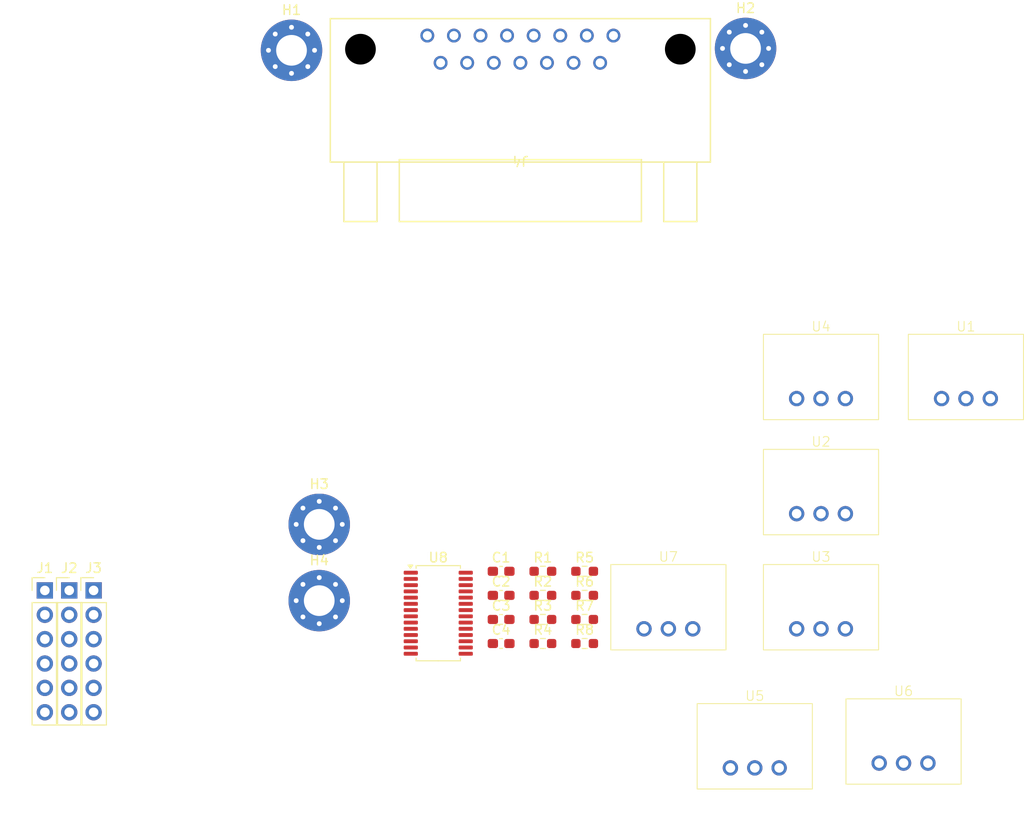
<source format=kicad_pcb>
(kicad_pcb (version 20240108) (generator "pcbnew") (generator_version "8.0")
  (layers (0 "F.Cu" signal) (31 "B.Cu" signal) (34 "B.Paste" user) (35 "F.Paste" user) (36 "B.SilkS" user "B.Silkscreen") (37 "F.SilkS" user "F.Silkscreen") (38 "B.Mask" user) (39 "F.Mask" user) (44 "Edge.Cuts" user))
  (net 0 "")
  (net 1 "GND")
  (net 2 "PWM_TIM1_CH1")
  (net 3 "I2C_SCL")
  (net 4 "+12V")
  (net 5 "I2C_SDA")
  (net 6 "Net-(U8-SCL)")
  (net 7 "Net-(U8-SDA)")
  (net 8 "Net-(D1-RA)")
  (net 9 "Net-(D1-GA)")
  (net 10 "Net-(D1-BA)")
  (net 11 "Net-(D2-RA)")
  (net 12 "Net-(D2-GA)")
  (net 13 "Net-(D2-BA)")
  (net 14 "LED1")
  (net 17 "LED2")
  (net 19 "LED4")
  (net 21 "LED5")
  (net 22 "LED3")
  (net 27 "LED0")
  (net 31 "+5V")
  (net 32 "PWM_TIM1_CH3")
  (net 33 "PWM_TIM2_CH1")
  (net 34 "PWM_TIM2_CH2")
  (net 35 "PWM_TIM1_CH2")
  (net 36 "PWM_TIM1_CH4")
  (footprint "libs:CONN15_31321_WRE" (layer "F.Cu") (at 149.539999 55.220008 180)
    (property "Reference" "J4" (at 0 0 180) (layer "F.SilkS"))
    (property "Value" "Conn_01x15")
    (fp_line (start 19.7993 14.827) (end 19.7993 -0.127) (stroke (width 0.1524)) (layer "F.SilkS"))
    (fp_line (start 19.7993 -0.127) (end -19.7993 -0.127) (stroke (width 0.1524)) (layer "F.SilkS"))
    (fp_line (start 18.3872 -6.3246) (end 18.3872 -0.127) (stroke (width 0.1524)) (layer "F.SilkS"))
    (fp_line (start 14.9328 -0.127) (end 14.9328 -6.3246) (stroke (width 0.1524)) (layer "F.SilkS"))
    (fp_line (start 14.9328 -6.3246) (end 18.3872 -6.3246) (stroke (width 0.1524)) (layer "F.SilkS"))
    (fp_line (start 12.6111 0.127) (end 12.6111 -6.3246) (stroke (width 0.1524)) (layer "F.SilkS"))
    (fp_line (start 12.6111 -6.3246) (end -12.6111 -6.3246) (stroke (width 0.1524)) (layer "F.SilkS"))
    (fp_line (start -12.6111 0.127) (end 12.6111 0.127) (stroke (width 0.1524)) (layer "F.SilkS"))
    (fp_line (start -12.6111 -6.3246) (end -12.6111 0.127) (stroke (width 0.1524)) (layer "F.SilkS"))
    (fp_line (start -14.9328 -6.3246) (end -14.9328 -0.127) (stroke (width 0.1524)) (layer "F.SilkS"))
    (fp_line (start -18.3872 -0.127) (end -18.3872 -6.3246) (stroke (width 0.1524)) (layer "F.SilkS"))
    (fp_line (start -18.3872 -6.3246) (end -14.9328 -6.3246) (stroke (width 0.1524)) (layer "F.SilkS"))
    (fp_line (start -19.7993 14.827) (end 19.7993 14.827) (stroke (width 0.1524)) (layer "F.SilkS"))
    (fp_line (start -19.7993 -0.127) (end -19.7993 14.827) (stroke (width 0.1524)) (layer "F.SilkS"))
    (pad "" np_thru_hole circle (at -16.66 11.64 180) (size 3.2004 3.2004) (drill 3.2004) (layers))
    (pad "" np_thru_hole circle (at 16.66 11.64 180) (size 3.2004 3.2004) (drill 3.2004) (layers))
    (pad "1" thru_hole circle (at -9.694997 13.060007 180) (size 1.4478 1.4478) (drill 0.9398) (layers "*.Cu" "*.Mask") (net 1 "GND"))
    (pad "2" thru_hole circle (at -6.924998 13.060007 180) (size 1.4478 1.4478) (drill 0.9398) (layers "*.Cu" "*.Mask") (net 2 "PWM_TIM1_CH1"))
    (pad "3" thru_hole circle (at -4.154998 13.060007 180) (size 1.4478 1.4478) (drill 0.9398) (layers "*.Cu" "*.Mask") (net 35 "PWM_TIM1_CH2"))
    (pad "4" thru_hole circle (at -1.384998 13.060007 180) (size 1.4478 1.4478) (drill 0.9398) (layers "*.Cu" "*.Mask") (net 32 "PWM_TIM1_CH3"))
    (pad "5" thru_hole circle (at 1.385001 13.060007 180) (size 1.4478 1.4478) (drill 0.9398) (layers "*.Cu" "*.Mask") (net 36 "PWM_TIM1_CH4"))
    (pad "6" thru_hole circle (at 4.155001 13.060007 180) (size 1.4478 1.4478) (drill 0.9398) (layers "*.Cu" "*.Mask") (net 33 "PWM_TIM2_CH1"))
    (pad "7" thru_hole circle (at 6.925 13.060007 180) (size 1.4478 1.4478) (drill 0.9398) (layers "*.Cu" "*.Mask") (net 34 "PWM_TIM2_CH2"))
    (pad "8" thru_hole circle (at 9.695 13.060007 180) (size 1.4478 1.4478) (drill 0.9398) (layers "*.Cu" "*.Mask") (net 1 "GND"))
    (pad "9" thru_hole circle (at -8.309999 10.220008 180) (size 1.4478 1.4478) (drill 0.9398) (layers "*.Cu" "*.Mask") (net 4 "+12V"))
    (pad "10" thru_hole circle (at -5.539999 10.220008 180) (size 1.4478 1.4478) (drill 0.9398) (layers "*.Cu" "*.Mask") (net 4 "+12V"))
    (pad "11" thru_hole circle (at -2.77 10.220008 180) (size 1.4478 1.4478) (drill 0.9398) (layers "*.Cu" "*.Mask") (net 1 "GND"))
    (pad "12" thru_hole circle (at 0 10.220008 180) (size 1.4478 1.4478) (drill 0.9398) (layers "*.Cu" "*.Mask") (net 5 "I2C_SDA"))
    (pad "13" thru_hole circle (at 2.77 10.220008 180) (size 1.4478 1.4478) (drill 0.9398) (layers "*.Cu" "*.Mask") (net 3 "I2C_SCL"))
    (pad "14" thru_hole circle (at 5.539999 10.220008 180) (size 1.4478 1.4478) (drill 0.9398) (layers "*.Cu" "*.Mask") (net 4 "+12V"))
    (pad "15" thru_hole circle (at 8.309999 10.220008 180) (size 1.4478 1.4478) (drill 0.9398) (layers "*.Cu" "*.Mask") (net 1 "GND"))
  )
  (footprint "MountingHole:MountingHole_3.2mm_M3_Pad_Via" (layer "F.Cu") (at 128.585 93.115)
    (property "Reference" "H3" (at 0 -4.2 0) (layer "F.SilkS"))
    (property "Value" "MountingHole_Pad")
    (pad "1" thru_hole circle (at -2.4 0) (size 0.8 0.8) (drill 0.5) (layers "*.Cu" "*.Mask") (net 1 "GND"))
    (pad "1" thru_hole circle (at -1.697056 -1.697056) (size 0.8 0.8) (drill 0.5) (layers "*.Cu" "*.Mask") (net 1 "GND"))
    (pad "1" thru_hole circle (at -1.697056 1.697056) (size 0.8 0.8) (drill 0.5) (layers "*.Cu" "*.Mask") (net 1 "GND"))
    (pad "1" thru_hole circle (at 0 -2.4) (size 0.8 0.8) (drill 0.5) (layers "*.Cu" "*.Mask") (net 1 "GND"))
    (pad "1" thru_hole circle (at 0 0) (size 6.4 6.4) (drill 3.2) (layers "*.Cu" "*.Mask") (net 1 "GND"))
    (pad "1" thru_hole circle (at 0 2.4) (size 0.8 0.8) (drill 0.5) (layers "*.Cu" "*.Mask") (net 1 "GND"))
    (pad "1" thru_hole circle (at 1.697056 -1.697056) (size 0.8 0.8) (drill 0.5) (layers "*.Cu" "*.Mask") (net 1 "GND"))
    (pad "1" thru_hole circle (at 1.697056 1.697056) (size 0.8 0.8) (drill 0.5) (layers "*.Cu" "*.Mask") (net 1 "GND"))
    (pad "1" thru_hole circle (at 2.4 0) (size 0.8 0.8) (drill 0.5) (layers "*.Cu" "*.Mask") (net 1 "GND"))
  )
  (footprint "Resistor_SMD:R_0603_1608Metric_Pad0.98x0.95mm_HandSolder" (layer "F.Cu") (at 151.885 100.515)
    (property "Reference" "R2" (at 0 -1.43 0) (layer "F.SilkS"))
    (property "Value" "115")
    (fp_line (start -0.254724 -0.5225) (end 0.254724 -0.5225) (stroke (width 0.12)) (layer "F.SilkS"))
    (fp_line (start -0.254724 0.5225) (end 0.254724 0.5225) (stroke (width 0.12)) (layer "F.SilkS"))
    (pad "1" smd roundrect (at -0.9125 0) (size 0.975 0.95) (layers "F.Cu" "F.Paste" "F.Mask") (net 5 "I2C_SDA"))
    (pad "2" smd roundrect (at 0.9125 0) (size 0.975 0.95) (layers "F.Cu" "F.Paste" "F.Mask") (net 7 "Net-(U8-SDA)"))
  )
  (footprint "Capacitor_SMD:C_0603_1608Metric_Pad1.08x0.95mm_HandSolder" (layer "F.Cu") (at 147.535 98.005)
    (property "Reference" "C1" (at 0 -1.43 0) (layer "F.SilkS"))
    (property "Value" "10u")
    (fp_line (start -0.146267 -0.51) (end 0.146267 -0.51) (stroke (width 0.12)) (layer "F.SilkS"))
    (fp_line (start -0.146267 0.51) (end 0.146267 0.51) (stroke (width 0.12)) (layer "F.SilkS"))
    (pad "1" smd roundrect (at -0.8625 0) (size 1.075 0.95) (layers "F.Cu" "F.Paste" "F.Mask") (net 31 "+5V"))
    (pad "2" smd roundrect (at 0.8625 0) (size 1.075 0.95) (layers "F.Cu" "F.Paste" "F.Mask") (net 1 "GND"))
  )
  (footprint "Connector_PinHeader_2.54mm:PinHeader_1x06_P2.54mm_Vertical" (layer "F.Cu") (at 102.54 100)
    (property "Reference" "J2" (at 0 -2.33 360) (layer "F.SilkS"))
    (property "Value" "Conn_01x06")
    (fp_line (start -1.33 -1.33) (end 0 -1.33) (stroke (width 0.12)) (layer "F.SilkS"))
    (fp_line (start -1.33 0) (end -1.33 -1.33) (stroke (width 0.12)) (layer "F.SilkS"))
    (fp_line (start -1.33 1.27) (end -1.33 14.03) (stroke (width 0.12)) (layer "F.SilkS"))
    (fp_line (start -1.33 1.27) (end 1.33 1.27) (stroke (width 0.12)) (layer "F.SilkS"))
    (fp_line (start -1.33 14.03) (end 1.33 14.03) (stroke (width 0.12)) (layer "F.SilkS"))
    (fp_line (start 1.33 1.27) (end 1.33 14.03) (stroke (width 0.12)) (layer "F.SilkS"))
    (pad "1" thru_hole rect (at 0 0) (size 1.7 1.7) (drill 1) (layers "*.Cu" "*.Mask") (net 31 "+5V"))
    (pad "2" thru_hole oval (at 0 2.54) (size 1.7 1.7) (drill 1) (layers "*.Cu" "*.Mask") (net 31 "+5V"))
    (pad "3" thru_hole oval (at 0 5.08) (size 1.7 1.7) (drill 1) (layers "*.Cu" "*.Mask") (net 31 "+5V"))
    (pad "4" thru_hole oval (at 0 7.62) (size 1.7 1.7) (drill 1) (layers "*.Cu" "*.Mask") (net 31 "+5V"))
    (pad "5" thru_hole oval (at 0 10.16) (size 1.7 1.7) (drill 1) (layers "*.Cu" "*.Mask") (net 31 "+5V"))
    (pad "6" thru_hole oval (at 0 12.7) (size 1.7 1.7) (drill 1) (layers "*.Cu" "*.Mask") (net 31 "+5V"))
  )
  (footprint "Package_SO:TSSOP-28_4.4x9.7mm_P0.65mm" (layer "F.Cu") (at 140.985 102.375)
    (property "Reference" "U8" (at 0 -5.8 0) (layer "F.SilkS"))
    (property "Value" "PCA9685PW")
    (fp_line (start -2.31 -4.96) (end -2.31 -4.685) (stroke (width 0.12)) (layer "F.SilkS"))
    (fp_line (start -2.31 4.96) (end -2.31 4.685) (stroke (width 0.12)) (layer "F.SilkS"))
    (fp_line (start 0 -4.96) (end -2.31 -4.96) (stroke (width 0.12)) (layer "F.SilkS"))
    (fp_line (start 0 -4.96) (end 2.31 -4.96) (stroke (width 0.12)) (layer "F.SilkS"))
    (fp_line (start 0 4.96) (end -2.31 4.96) (stroke (width 0.12)) (layer "F.SilkS"))
    (fp_line (start 0 4.96) (end 2.31 4.96) (stroke (width 0.12)) (layer "F.SilkS"))
    (fp_line (start 2.31 -4.96) (end 2.31 -4.685) (stroke (width 0.12)) (layer "F.SilkS"))
    (fp_line (start 2.31 4.96) (end 2.31 4.685) (stroke (width 0.12)) (layer "F.SilkS"))
    (fp_poly (pts (xy -2.9 -4.685) (xy -3.14 -5.015) (xy -2.66 -5.015) (xy -2.9 -4.685)) (stroke (width 0.12)) (fill solid) (layer "F.SilkS"))
    (pad "1" smd roundrect (at -2.8625 -4.225) (size 1.475 0.4) (layers "F.Cu" "F.Paste" "F.Mask") (net 31 "+5V"))
    (pad "2" smd roundrect (at -2.8625 -3.575) (size 1.475 0.4) (layers "F.Cu" "F.Paste" "F.Mask") (net 1 "GND"))
    (pad "3" smd roundrect (at -2.8625 -2.925) (size 1.475 0.4) (layers "F.Cu" "F.Paste" "F.Mask") (net 31 "+5V"))
    (pad "4" smd roundrect (at -2.8625 -2.275) (size 1.475 0.4) (layers "F.Cu" "F.Paste" "F.Mask") (net 1 "GND"))
    (pad "5" smd roundrect (at -2.8625 -1.625) (size 1.475 0.4) (layers "F.Cu" "F.Paste" "F.Mask") (net 31 "+5V"))
    (pad "6" smd roundrect (at -2.8625 -0.975) (size 1.475 0.4) (layers "F.Cu" "F.Paste" "F.Mask") (net 27 "LED0"))
    (pad "7" smd roundrect (at -2.8625 -0.325) (size 1.475 0.4) (layers "F.Cu" "F.Paste" "F.Mask") (net 14 "LED1"))
    (pad "8" smd roundrect (at -2.8625 0.325) (size 1.475 0.4) (layers "F.Cu" "F.Paste" "F.Mask") (net 17 "LED2"))
    (pad "9" smd roundrect (at -2.8625 0.975) (size 1.475 0.4) (layers "F.Cu" "F.Paste" "F.Mask") (net 22 "LED3"))
    (pad "10" smd roundrect (at -2.8625 1.625) (size 1.475 0.4) (layers "F.Cu" "F.Paste" "F.Mask") (net 19 "LED4"))
    (pad "11" smd roundrect (at -2.8625 2.275) (size 1.475 0.4) (layers "F.Cu" "F.Paste" "F.Mask") (net 21 "LED5"))
    (pad "12" smd roundrect (at -2.8625 2.925) (size 1.475 0.4) (layers "F.Cu" "F.Paste" "F.Mask"))
    (pad "13" smd roundrect (at -2.8625 3.575) (size 1.475 0.4) (layers "F.Cu" "F.Paste" "F.Mask"))
    (pad "14" smd roundrect (at -2.8625 4.225) (size 1.475 0.4) (layers "F.Cu" "F.Paste" "F.Mask") (net 1 "GND"))
    (pad "15" smd roundrect (at 2.8625 4.225) (size 1.475 0.4) (layers "F.Cu" "F.Paste" "F.Mask"))
    (pad "16" smd roundrect (at 2.8625 3.575) (size 1.475 0.4) (layers "F.Cu" "F.Paste" "F.Mask"))
    (pad "17" smd roundrect (at 2.8625 2.925) (size 1.475 0.4) (layers "F.Cu" "F.Paste" "F.Mask"))
    (pad "18" smd roundrect (at 2.8625 2.275) (size 1.475 0.4) (layers "F.Cu" "F.Paste" "F.Mask"))
    (pad "19" smd roundrect (at 2.8625 1.625) (size 1.475 0.4) (layers "F.Cu" "F.Paste" "F.Mask"))
    (pad "20" smd roundrect (at 2.8625 0.975) (size 1.475 0.4) (layers "F.Cu" "F.Paste" "F.Mask"))
    (pad "21" smd roundrect (at 2.8625 0.325) (size 1.475 0.4) (layers "F.Cu" "F.Paste" "F.Mask"))
    (pad "22" smd roundrect (at 2.8625 -0.325) (size 1.475 0.4) (layers "F.Cu" "F.Paste" "F.Mask"))
    (pad "23" smd roundrect (at 2.8625 -0.975) (size 1.475 0.4) (layers "F.Cu" "F.Paste" "F.Mask"))
    (pad "24" smd roundrect (at 2.8625 -1.625) (size 1.475 0.4) (layers "F.Cu" "F.Paste" "F.Mask") (net 1 "GND"))
    (pad "25" smd roundrect (at 2.8625 -2.275) (size 1.475 0.4) (layers "F.Cu" "F.Paste" "F.Mask") (net 1 "GND"))
    (pad "26" smd roundrect (at 2.8625 -2.925) (size 1.475 0.4) (layers "F.Cu" "F.Paste" "F.Mask") (net 6 "Net-(U8-SCL)"))
    (pad "27" smd roundrect (at 2.8625 -3.575) (size 1.475 0.4) (layers "F.Cu" "F.Paste" "F.Mask") (net 7 "Net-(U8-SDA)"))
    (pad "28" smd roundrect (at 2.8625 -4.225) (size 1.475 0.4) (layers "F.Cu" "F.Paste" "F.Mask") (net 31 "+5V"))
  )
  (footprint "libs:173010542" (layer "F.Cu") (at 195.96 80)
    (property "Reference" "U1" (at 0 -7.5 0) (layer "F.SilkS") (effects (font (thickness 0.1))))
    (property "Value" "~")
    (fp_rect (start -6 -6.7) (end 6 2.2) (stroke (width 0.1)) (fill none) (layer "F.SilkS"))
    (pad "1" thru_hole circle (at -2.54 0) (size 1.6 1.6) (drill 1) (layers "*.Cu" "*.Mask") (net 1 "GND"))
    (pad "2" thru_hole circle (at 0 0) (size 1.6 1.6) (drill 1) (layers "*.Cu" "*.Mask") (net 31 "+5V"))
    (pad "3" thru_hole circle (at 2.54 0) (size 1.6 1.6) (drill 1) (layers "*.Cu" "*.Mask") (net 4 "+12V"))
  )
  (footprint "Resistor_SMD:R_0603_1608Metric_Pad0.98x0.95mm_HandSolder" (layer "F.Cu") (at 156.235 103.025)
    (property "Reference" "R7" (at 0 -1.43 0) (layer "F.SilkS"))
    (property "Value" "1k")
    (fp_line (start -0.254724 -0.5225) (end 0.254724 -0.5225) (stroke (width 0.12)) (layer "F.SilkS"))
    (fp_line (start -0.254724 0.5225) (end 0.254724 0.5225) (stroke (width 0.12)) (layer "F.SilkS"))
    (pad "1" smd roundrect (at -0.9125 0) (size 0.975 0.95) (layers "F.Cu" "F.Paste" "F.Mask") (net 12 "Net-(D2-GA)"))
    (pad "2" smd roundrect (at 0.9125 0) (size 0.975 0.95) (layers "F.Cu" "F.Paste" "F.Mask") (net 31 "+5V"))
  )
  (footprint "Resistor_SMD:R_0603_1608Metric_Pad0.98x0.95mm_HandSolder" (layer "F.Cu") (at 151.885 105.535)
    (property "Reference" "R4" (at 0 -1.43 0) (layer "F.SilkS"))
    (property "Value" "1k")
    (fp_line (start -0.254724 -0.5225) (end 0.254724 -0.5225) (stroke (width 0.12)) (layer "F.SilkS"))
    (fp_line (start -0.254724 0.5225) (end 0.254724 0.5225) (stroke (width 0.12)) (layer "F.SilkS"))
    (pad "1" smd roundrect (at -0.9125 0) (size 0.975 0.95) (layers "F.Cu" "F.Paste" "F.Mask") (net 9 "Net-(D1-GA)"))
    (pad "2" smd roundrect (at 0.9125 0) (size 0.975 0.95) (layers "F.Cu" "F.Paste" "F.Mask") (net 31 "+5V"))
  )
  (footprint "Resistor_SMD:R_0603_1608Metric_Pad0.98x0.95mm_HandSolder" (layer "F.Cu") (at 156.235 105.535)
    (property "Reference" "R8" (at 0 -1.43 0) (layer "F.SilkS"))
    (property "Value" "1k")
    (fp_line (start -0.254724 -0.5225) (end 0.254724 -0.5225) (stroke (width 0.12)) (layer "F.SilkS"))
    (fp_line (start -0.254724 0.5225) (end 0.254724 0.5225) (stroke (width 0.12)) (layer "F.SilkS"))
    (pad "1" smd roundrect (at -0.9125 0) (size 0.975 0.95) (layers "F.Cu" "F.Paste" "F.Mask") (net 13 "Net-(D2-BA)"))
    (pad "2" smd roundrect (at 0.9125 0) (size 0.975 0.95) (layers "F.Cu" "F.Paste" "F.Mask") (net 31 "+5V"))
  )
  (footprint "libs:173010542" (layer "F.Cu") (at 180.86 92)
    (property "Reference" "U2" (at 0 -7.5 0) (layer "F.SilkS") (effects (font (thickness 0.1))))
    (property "Value" "~")
    (fp_rect (start -6 -6.7) (end 6 2.2) (stroke (width 0.1)) (fill none) (layer "F.SilkS"))
    (pad "1" thru_hole circle (at -2.54 0) (size 1.6 1.6) (drill 1) (layers "*.Cu" "*.Mask") (net 1 "GND"))
    (pad "2" thru_hole circle (at 0 0) (size 1.6 1.6) (drill 1) (layers "*.Cu" "*.Mask") (net 31 "+5V"))
    (pad "3" thru_hole circle (at 2.54 0) (size 1.6 1.6) (drill 1) (layers "*.Cu" "*.Mask") (net 4 "+12V"))
  )
  (footprint "MountingHole:MountingHole_3.2mm_M3_Pad_Via" (layer "F.Cu") (at 173 43.5)
    (property "Reference" "H2" (at 0 -4.2 0) (layer "F.SilkS"))
    (property "Value" "MountingHole_Pad")
    (pad "1" thru_hole circle (at -2.4 0) (size 0.8 0.8) (drill 0.5) (layers "*.Cu" "*.Mask") (net 1 "GND"))
    (pad "1" thru_hole circle (at -1.697056 -1.697056) (size 0.8 0.8) (drill 0.5) (layers "*.Cu" "*.Mask") (net 1 "GND"))
    (pad "1" thru_hole circle (at -1.697056 1.697056) (size 0.8 0.8) (drill 0.5) (layers "*.Cu" "*.Mask") (net 1 "GND"))
    (pad "1" thru_hole circle (at 0 -2.4) (size 0.8 0.8) (drill 0.5) (layers "*.Cu" "*.Mask") (net 1 "GND"))
    (pad "1" thru_hole circle (at 0 0) (size 6.4 6.4) (drill 3.2) (layers "*.Cu" "*.Mask") (net 1 "GND"))
    (pad "1" thru_hole circle (at 0 2.4) (size 0.8 0.8) (drill 0.5) (layers "*.Cu" "*.Mask") (net 1 "GND"))
    (pad "1" thru_hole circle (at 1.697056 -1.697056) (size 0.8 0.8) (drill 0.5) (layers "*.Cu" "*.Mask") (net 1 "GND"))
    (pad "1" thru_hole circle (at 1.697056 1.697056) (size 0.8 0.8) (drill 0.5) (layers "*.Cu" "*.Mask") (net 1 "GND"))
    (pad "1" thru_hole circle (at 2.4 0) (size 0.8 0.8) (drill 0.5) (layers "*.Cu" "*.Mask") (net 1 "GND"))
  )
  (footprint "MountingHole:MountingHole_3.2mm_M3_Pad_Via" (layer "F.Cu") (at 125.697056 43.697056)
    (property "Reference" "H1" (at 0 -4.2 0) (layer "F.SilkS"))
    (property "Value" "MountingHole_Pad")
    (pad "1" thru_hole circle (at -2.4 0) (size 0.8 0.8) (drill 0.5) (layers "*.Cu" "*.Mask") (net 1 "GND"))
    (pad "1" thru_hole circle (at -1.697056 -1.697056) (size 0.8 0.8) (drill 0.5) (layers "*.Cu" "*.Mask") (net 1 "GND"))
    (pad "1" thru_hole circle (at -1.697056 1.697056) (size 0.8 0.8) (drill 0.5) (layers "*.Cu" "*.Mask") (net 1 "GND"))
    (pad "1" thru_hole circle (at 0 -2.4) (size 0.8 0.8) (drill 0.5) (layers "*.Cu" "*.Mask") (net 1 "GND"))
    (pad "1" thru_hole circle (at 0 0) (size 6.4 6.4) (drill 3.2) (layers "*.Cu" "*.Mask") (net 1 "GND"))
    (pad "1" thru_hole circle (at 0 2.4) (size 0.8 0.8) (drill 0.5) (layers "*.Cu" "*.Mask") (net 1 "GND"))
    (pad "1" thru_hole circle (at 1.697056 -1.697056) (size 0.8 0.8) (drill 0.5) (layers "*.Cu" "*.Mask") (net 1 "GND"))
    (pad "1" thru_hole circle (at 1.697056 1.697056) (size 0.8 0.8) (drill 0.5) (layers "*.Cu" "*.Mask") (net 1 "GND"))
    (pad "1" thru_hole circle (at 2.4 0) (size 0.8 0.8) (drill 0.5) (layers "*.Cu" "*.Mask") (net 1 "GND"))
  )
  (footprint "MountingHole:MountingHole_3.2mm_M3_Pad_Via" (layer "F.Cu") (at 128.585 101.065)
    (property "Reference" "H4" (at 0 -4.2 0) (layer "F.SilkS"))
    (property "Value" "MountingHole_Pad")
    (pad "1" thru_hole circle (at -2.4 0) (size 0.8 0.8) (drill 0.5) (layers "*.Cu" "*.Mask") (net 1 "GND"))
    (pad "1" thru_hole circle (at -1.697056 -1.697056) (size 0.8 0.8) (drill 0.5) (layers "*.Cu" "*.Mask") (net 1 "GND"))
    (pad "1" thru_hole circle (at -1.697056 1.697056) (size 0.8 0.8) (drill 0.5) (layers "*.Cu" "*.Mask") (net 1 "GND"))
    (pad "1" thru_hole circle (at 0 -2.4) (size 0.8 0.8) (drill 0.5) (layers "*.Cu" "*.Mask") (net 1 "GND"))
    (pad "1" thru_hole circle (at 0 0) (size 6.4 6.4) (drill 3.2) (layers "*.Cu" "*.Mask") (net 1 "GND"))
    (pad "1" thru_hole circle (at 0 2.4) (size 0.8 0.8) (drill 0.5) (layers "*.Cu" "*.Mask") (net 1 "GND"))
    (pad "1" thru_hole circle (at 1.697056 -1.697056) (size 0.8 0.8) (drill 0.5) (layers "*.Cu" "*.Mask") (net 1 "GND"))
    (pad "1" thru_hole circle (at 1.697056 1.697056) (size 0.8 0.8) (drill 0.5) (layers "*.Cu" "*.Mask") (net 1 "GND"))
    (pad "1" thru_hole circle (at 2.4 0) (size 0.8 0.8) (drill 0.5) (layers "*.Cu" "*.Mask") (net 1 "GND"))
  )
  (footprint "Resistor_SMD:R_0603_1608Metric_Pad0.98x0.95mm_HandSolder" (layer "F.Cu") (at 156.235 100.515)
    (property "Reference" "R6" (at 0 -1.43 0) (layer "F.SilkS"))
    (property "Value" "1k5")
    (fp_line (start -0.254724 -0.5225) (end 0.254724 -0.5225) (stroke (width 0.12)) (layer "F.SilkS"))
    (fp_line (start -0.254724 0.5225) (end 0.254724 0.5225) (stroke (width 0.12)) (layer "F.SilkS"))
    (pad "1" smd roundrect (at -0.9125 0) (size 0.975 0.95) (layers "F.Cu" "F.Paste" "F.Mask") (net 11 "Net-(D2-RA)"))
    (pad "2" smd roundrect (at 0.9125 0) (size 0.975 0.95) (layers "F.Cu" "F.Paste" "F.Mask") (net 31 "+5V"))
  )
  (footprint "Capacitor_SMD:C_0603_1608Metric_Pad1.08x0.95mm_HandSolder" (layer "F.Cu") (at 147.535 103.025)
    (property "Reference" "C3" (at 0 -1.43 0) (layer "F.SilkS"))
    (property "Value" "100n")
    (fp_line (start -0.146267 -0.51) (end 0.146267 -0.51) (stroke (width 0.12)) (layer "F.SilkS"))
    (fp_line (start -0.146267 0.51) (end 0.146267 0.51) (stroke (width 0.12)) (layer "F.SilkS"))
    (pad "1" smd roundrect (at -0.8625 0) (size 1.075 0.95) (layers "F.Cu" "F.Paste" "F.Mask") (net 31 "+5V"))
    (pad "2" smd roundrect (at 0.8625 0) (size 1.075 0.95) (layers "F.Cu" "F.Paste" "F.Mask") (net 1 "GND"))
  )
  (footprint "Capacitor_SMD:C_0603_1608Metric_Pad1.08x0.95mm_HandSolder" (layer "F.Cu") (at 147.535 105.535)
    (property "Reference" "C4" (at 0 -1.43 0) (layer "F.SilkS"))
    (property "Value" "10u")
    (fp_line (start -0.146267 -0.51) (end 0.146267 -0.51) (stroke (width 0.12)) (layer "F.SilkS"))
    (fp_line (start -0.146267 0.51) (end 0.146267 0.51) (stroke (width 0.12)) (layer "F.SilkS"))
    (pad "1" smd roundrect (at -0.8625 0) (size 1.075 0.95) (layers "F.Cu" "F.Paste" "F.Mask") (net 31 "+5V"))
    (pad "2" smd roundrect (at 0.8625 0) (size 1.075 0.95) (layers "F.Cu" "F.Paste" "F.Mask") (net 1 "GND"))
  )
  (footprint "Resistor_SMD:R_0603_1608Metric_Pad0.98x0.95mm_HandSolder" (layer "F.Cu") (at 156.235 98.005)
    (property "Reference" "R5" (at 0 -1.43 0) (layer "F.SilkS"))
    (property "Value" "1k")
    (fp_line (start -0.254724 -0.5225) (end 0.254724 -0.5225) (stroke (width 0.12)) (layer "F.SilkS"))
    (fp_line (start -0.254724 0.5225) (end 0.254724 0.5225) (stroke (width 0.12)) (layer "F.SilkS"))
    (pad "1" smd roundrect (at -0.9125 0) (size 0.975 0.95) (layers "F.Cu" "F.Paste" "F.Mask") (net 10 "Net-(D1-BA)"))
    (pad "2" smd roundrect (at 0.9125 0) (size 0.975 0.95) (layers "F.Cu" "F.Paste" "F.Mask") (net 31 "+5V"))
  )
  (footprint "Capacitor_SMD:C_0603_1608Metric_Pad1.08x0.95mm_HandSolder" (layer "F.Cu") (at 147.535 100.515)
    (property "Reference" "C2" (at 0 -1.43 0) (layer "F.SilkS"))
    (property "Value" "100n")
    (fp_line (start -0.146267 -0.51) (end 0.146267 -0.51) (stroke (width 0.12)) (layer "F.SilkS"))
    (fp_line (start -0.146267 0.51) (end 0.146267 0.51) (stroke (width 0.12)) (layer "F.SilkS"))
    (pad "1" smd roundrect (at -0.8625 0) (size 1.075 0.95) (layers "F.Cu" "F.Paste" "F.Mask") (net 31 "+5V"))
    (pad "2" smd roundrect (at 0.8625 0) (size 1.075 0.95) (layers "F.Cu" "F.Paste" "F.Mask") (net 1 "GND"))
  )
  (footprint "libs:173010542" (layer "F.Cu") (at 164.96 104)
    (property "Reference" "U7" (at 0 -7.5 0) (layer "F.SilkS") (effects (font (thickness 0.1))))
    (property "Value" "~")
    (fp_rect (start -6 -6.7) (end 6 2.2) (stroke (width 0.1)) (fill none) (layer "F.SilkS"))
    (pad "1" thru_hole circle (at -2.54 0) (size 1.6 1.6) (drill 1) (layers "*.Cu" "*.Mask") (net 1 "GND"))
    (pad "2" thru_hole circle (at 0 0) (size 1.6 1.6) (drill 1) (layers "*.Cu" "*.Mask") (net 31 "+5V"))
    (pad "3" thru_hole circle (at 2.54 0) (size 1.6 1.6) (drill 1) (layers "*.Cu" "*.Mask") (net 4 "+12V"))
  )
  (footprint "libs:173010542" (layer "F.Cu") (at 173.96 118.5)
    (property "Reference" "U5" (at 0 -7.5 0) (layer "F.SilkS") (effects (font (thickness 0.1))))
    (property "Value" "~")
    (fp_rect (start -6 -6.7) (end 6 2.2) (stroke (width 0.1)) (fill none) (layer "F.SilkS"))
    (pad "1" thru_hole circle (at -2.54 0) (size 1.6 1.6) (drill 1) (layers "*.Cu" "*.Mask") (net 1 "GND"))
    (pad "2" thru_hole circle (at 0 0) (size 1.6 1.6) (drill 1) (layers "*.Cu" "*.Mask") (net 31 "+5V"))
    (pad "3" thru_hole circle (at 2.54 0) (size 1.6 1.6) (drill 1) (layers "*.Cu" "*.Mask") (net 4 "+12V"))
  )
  (footprint "libs:173010542" (layer "F.Cu") (at 189.46 118)
    (property "Reference" "U6" (at 0 -7.5 0) (layer "F.SilkS") (effects (font (thickness 0.1))))
    (property "Value" "~")
    (fp_rect (start -6 -6.7) (end 6 2.2) (stroke (width 0.1)) (fill none) (layer "F.SilkS"))
    (pad "1" thru_hole circle (at -2.54 0) (size 1.6 1.6) (drill 1) (layers "*.Cu" "*.Mask") (net 1 "GND"))
    (pad "2" thru_hole circle (at 0 0) (size 1.6 1.6) (drill 1) (layers "*.Cu" "*.Mask") (net 31 "+5V"))
    (pad "3" thru_hole circle (at 2.54 0) (size 1.6 1.6) (drill 1) (layers "*.Cu" "*.Mask") (net 4 "+12V"))
  )
  (footprint "Resistor_SMD:R_0603_1608Metric_Pad0.98x0.95mm_HandSolder" (layer "F.Cu") (at 151.885 98.005)
    (property "Reference" "R1" (at 0 -1.43 0) (layer "F.SilkS"))
    (property "Value" "115")
    (fp_line (start -0.254724 -0.5225) (end 0.254724 -0.5225) (stroke (width 0.12)) (layer "F.SilkS"))
    (fp_line (start -0.254724 0.5225) (end 0.254724 0.5225) (stroke (width 0.12)) (layer "F.SilkS"))
    (pad "1" smd roundrect (at -0.9125 0) (size 0.975 0.95) (layers "F.Cu" "F.Paste" "F.Mask") (net 3 "I2C_SCL"))
    (pad "2" smd roundrect (at 0.9125 0) (size 0.975 0.95) (layers "F.Cu" "F.Paste" "F.Mask") (net 6 "Net-(U8-SCL)"))
  )
  (footprint "libs:173010542" (layer "F.Cu") (at 180.86 80)
    (property "Reference" "U4" (at 0 -7.5 0) (layer "F.SilkS") (effects (font (thickness 0.1))))
    (property "Value" "~")
    (fp_rect (start -6 -6.7) (end 6 2.2) (stroke (width 0.1)) (fill none) (layer "F.SilkS"))
    (pad "1" thru_hole circle (at -2.54 0) (size 1.6 1.6) (drill 1) (layers "*.Cu" "*.Mask") (net 1 "GND"))
    (pad "2" thru_hole circle (at 0 0) (size 1.6 1.6) (drill 1) (layers "*.Cu" "*.Mask") (net 31 "+5V"))
    (pad "3" thru_hole circle (at 2.54 0) (size 1.6 1.6) (drill 1) (layers "*.Cu" "*.Mask") (net 4 "+12V"))
  )
  (footprint "libs:173010542" (layer "F.Cu") (at 180.86 104)
    (property "Reference" "U3" (at 0 -7.5 0) (layer "F.SilkS") (effects (font (thickness 0.1))))
    (property "Value" "~")
    (fp_rect (start -6 -6.7) (end 6 2.2) (stroke (width 0.1)) (fill none) (layer "F.SilkS"))
    (pad "1" thru_hole circle (at -2.54 0) (size 1.6 1.6) (drill 1) (layers "*.Cu" "*.Mask") (net 1 "GND"))
    (pad "2" thru_hole circle (at 0 0) (size 1.6 1.6) (drill 1) (layers "*.Cu" "*.Mask") (net 31 "+5V"))
    (pad "3" thru_hole circle (at 2.54 0) (size 1.6 1.6) (drill 1) (layers "*.Cu" "*.Mask") (net 4 "+12V"))
  )
  (footprint "Connector_PinHeader_2.54mm:PinHeader_1x06_P2.54mm_Vertical" (layer "F.Cu") (at 105.08 100)
    (property "Reference" "J3" (at 0 -2.33 360) (layer "F.SilkS"))
    (property "Value" "Conn_01x06")
    (fp_line (start -1.33 -1.33) (end 0 -1.33) (stroke (width 0.12)) (layer "F.SilkS"))
    (fp_line (start -1.33 0) (end -1.33 -1.33) (stroke (width 0.12)) (layer "F.SilkS"))
    (fp_line (start -1.33 1.27) (end -1.33 14.03) (stroke (width 0.12)) (layer "F.SilkS"))
    (fp_line (start -1.33 1.27) (end 1.33 1.27) (stroke (width 0.12)) (layer "F.SilkS"))
    (fp_line (start -1.33 14.03) (end 1.33 14.03) (stroke (width 0.12)) (layer "F.SilkS"))
    (fp_line (start 1.33 1.27) (end 1.33 14.03) (stroke (width 0.12)) (layer "F.SilkS"))
    (pad "1" thru_hole rect (at 0 0) (size 1.7 1.7) (drill 1) (layers "*.Cu" "*.Mask") (net 1 "GND"))
    (pad "2" thru_hole oval (at 0 2.54) (size 1.7 1.7) (drill 1) (layers "*.Cu" "*.Mask") (net 1 "GND"))
    (pad "3" thru_hole oval (at 0 5.08) (size 1.7 1.7) (drill 1) (layers "*.Cu" "*.Mask") (net 1 "GND"))
    (pad "4" thru_hole oval (at 0 7.62) (size 1.7 1.7) (drill 1) (layers "*.Cu" "*.Mask") (net 1 "GND"))
    (pad "5" thru_hole oval (at 0 10.16) (size 1.7 1.7) (drill 1) (layers "*.Cu" "*.Mask") (net 1 "GND"))
    (pad "6" thru_hole oval (at 0 12.7) (size 1.7 1.7) (drill 1) (layers "*.Cu" "*.Mask") (net 1 "GND"))
  )
  (footprint "Resistor_SMD:R_0603_1608Metric_Pad0.98x0.95mm_HandSolder" (layer "F.Cu") (at 151.885 103.025)
    (property "Reference" "R3" (at 0 -1.43 0) (layer "F.SilkS"))
    (property "Value" "1k5")
    (fp_line (start -0.254724 -0.5225) (end 0.254724 -0.5225) (stroke (width 0.12)) (layer "F.SilkS"))
    (fp_line (start -0.254724 0.5225) (end 0.254724 0.5225) (stroke (width 0.12)) (layer "F.SilkS"))
    (pad "1" smd roundrect (at -0.9125 0) (size 0.975 0.95) (layers "F.Cu" "F.Paste" "F.Mask") (net 8 "Net-(D1-RA)"))
    (pad "2" smd roundrect (at 0.9125 0) (size 0.975 0.95) (layers "F.Cu" "F.Paste" "F.Mask") (net 31 "+5V"))
  )
  (footprint "Connector_PinHeader_2.54mm:PinHeader_1x06_P2.54mm_Vertical" (layer "F.Cu") (at 100 100)
    (property "Reference" "J1" (at 0 -2.33 0) (layer "F.SilkS"))
    (property "Value" "Conn_01x06")
    (fp_line (start -1.33 -1.33) (end 0 -1.33) (stroke (width 0.12)) (layer "F.SilkS"))
    (fp_line (start -1.33 0) (end -1.33 -1.33) (stroke (width 0.12)) (layer "F.SilkS"))
    (fp_line (start -1.33 1.27) (end -1.33 14.03) (stroke (width 0.12)) (layer "F.SilkS"))
    (fp_line (start -1.33 1.27) (end 1.33 1.27) (stroke (width 0.12)) (layer "F.SilkS"))
    (fp_line (start -1.33 14.03) (end 1.33 14.03) (stroke (width 0.12)) (layer "F.SilkS"))
    (fp_line (start 1.33 1.27) (end 1.33 14.03) (stroke (width 0.12)) (layer "F.SilkS"))
    (pad "1" thru_hole rect (at 0 0) (size 1.7 1.7) (drill 1) (layers "*.Cu" "*.Mask") (net 2 "PWM_TIM1_CH1"))
    (pad "2" thru_hole oval (at 0 2.54) (size 1.7 1.7) (drill 1) (layers "*.Cu" "*.Mask") (net 35 "PWM_TIM1_CH2"))
    (pad "3" thru_hole oval (at 0 5.08) (size 1.7 1.7) (drill 1) (layers "*.Cu" "*.Mask") (net 32 "PWM_TIM1_CH3"))
    (pad "4" thru_hole oval (at 0 7.62) (size 1.7 1.7) (drill 1) (layers "*.Cu" "*.Mask") (net 36 "PWM_TIM1_CH4"))
    (pad "5" thru_hole oval (at 0 10.16) (size 1.7 1.7) (drill 1) (layers "*.Cu" "*.Mask") (net 33 "PWM_TIM2_CH1"))
    (pad "6" thru_hole oval (at 0 12.7) (size 1.7 1.7) (drill 1) (layers "*.Cu" "*.Mask") (net 34 "PWM_TIM2_CH2"))
  )
)
</source>
